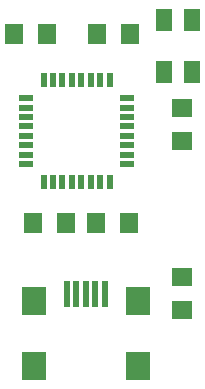
<source format=gtp>
G75*
G70*
%OFA0B0*%
%FSLAX24Y24*%
%IPPOS*%
%LPD*%
%AMOC8*
5,1,8,0,0,1.08239X$1,22.5*
%
%ADD10R,0.0500X0.0220*%
%ADD11R,0.0220X0.0500*%
%ADD12R,0.0551X0.0748*%
%ADD13R,0.0709X0.0630*%
%ADD14R,0.0630X0.0709*%
%ADD15R,0.0630X0.0710*%
%ADD16R,0.0787X0.0945*%
%ADD17R,0.0197X0.0909*%
D10*
X001590Y007878D03*
X001590Y008193D03*
X001590Y008508D03*
X001590Y008823D03*
X001590Y009137D03*
X001590Y009452D03*
X001590Y009767D03*
X001590Y010082D03*
X004970Y010082D03*
X004970Y009767D03*
X004970Y009452D03*
X004970Y009137D03*
X004970Y008823D03*
X004970Y008508D03*
X004970Y008193D03*
X004970Y007878D03*
D11*
X004382Y007290D03*
X004067Y007290D03*
X003752Y007290D03*
X003437Y007290D03*
X003123Y007290D03*
X002808Y007290D03*
X002493Y007290D03*
X002178Y007290D03*
X002178Y010670D03*
X002493Y010670D03*
X002808Y010670D03*
X003123Y010670D03*
X003437Y010670D03*
X003752Y010670D03*
X004067Y010670D03*
X004382Y010670D03*
D12*
X006183Y010939D03*
X007127Y010939D03*
X007127Y012671D03*
X006183Y012671D03*
D13*
X006805Y009756D03*
X006805Y008654D03*
X006805Y004131D03*
X006805Y003029D03*
D14*
X005056Y012230D03*
X003954Y012230D03*
X002306Y012230D03*
X001204Y012230D03*
D15*
X001820Y005930D03*
X002940Y005930D03*
X003920Y005930D03*
X005040Y005930D03*
D16*
X001848Y001168D03*
X001848Y003333D03*
X005312Y003333D03*
X005312Y001168D03*
D17*
X004210Y003555D03*
X003895Y003555D03*
X003580Y003555D03*
X003265Y003555D03*
X002950Y003555D03*
M02*

</source>
